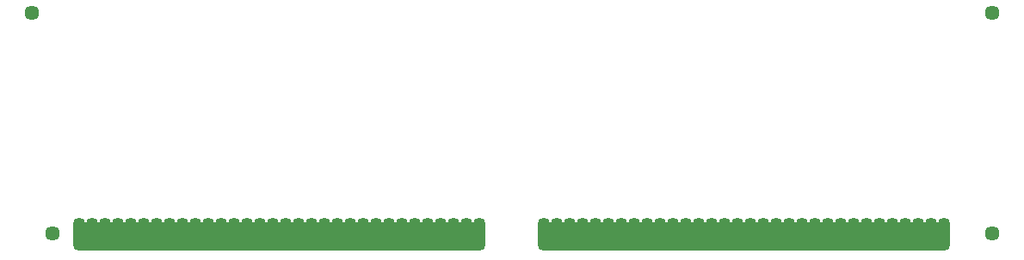
<source format=gbs>
G04 #@! TF.GenerationSoftware,KiCad,Pcbnew,(6.0.1-0)*
G04 #@! TF.CreationDate,2022-02-13T04:03:45-05:00*
G04 #@! TF.ProjectId,ROMSIMM,524f4d53-494d-44d2-9e6b-696361645f70,1.0*
G04 #@! TF.SameCoordinates,Original*
G04 #@! TF.FileFunction,Soldermask,Bot*
G04 #@! TF.FilePolarity,Negative*
%FSLAX46Y46*%
G04 Gerber Fmt 4.6, Leading zero omitted, Abs format (unit mm)*
G04 Created by KiCad (PCBNEW (6.0.1-0)) date 2022-02-13 04:03:45*
%MOMM*%
%LPD*%
G01*
G04 APERTURE LIST*
G04 Aperture macros list*
%AMRoundRect*
0 Rectangle with rounded corners*
0 $1 Rounding radius*
0 $2 $3 $4 $5 $6 $7 $8 $9 X,Y pos of 4 corners*
0 Add a 4 corners polygon primitive as box body*
4,1,4,$2,$3,$4,$5,$6,$7,$8,$9,$2,$3,0*
0 Add four circle primitives for the rounded corners*
1,1,$1+$1,$2,$3*
1,1,$1+$1,$4,$5*
1,1,$1+$1,$6,$7*
1,1,$1+$1,$8,$9*
0 Add four rect primitives between the rounded corners*
20,1,$1+$1,$2,$3,$4,$5,0*
20,1,$1+$1,$4,$5,$6,$7,0*
20,1,$1+$1,$6,$7,$8,$9,0*
20,1,$1+$1,$8,$9,$2,$3,0*%
G04 Aperture macros list end*
%ADD10C,0.175000*%
%ADD11RoundRect,0.491560X-0.104140X-1.107440X0.104140X-1.107440X0.104140X1.107440X-0.104140X1.107440X0*%
%ADD12C,1.448000*%
G04 APERTURE END LIST*
D10*
X163195000Y-127635000D02*
X123825000Y-127635000D01*
X123825000Y-127635000D02*
X123317000Y-125031500D01*
X123317000Y-125031500D02*
X163703000Y-125031500D01*
X163703000Y-125031500D02*
X163195000Y-127635000D01*
G36*
X163195000Y-127635000D02*
G01*
X123825000Y-127635000D01*
X123317000Y-125031500D01*
X163703000Y-125031500D01*
X163195000Y-127635000D01*
G37*
X163195000Y-127635000D02*
X123825000Y-127635000D01*
X123317000Y-125031500D01*
X163703000Y-125031500D01*
X163195000Y-127635000D01*
X117475000Y-127635000D02*
X78105000Y-127635000D01*
X78105000Y-127635000D02*
X77597000Y-125031500D01*
X77597000Y-125031500D02*
X117983000Y-125031500D01*
X117983000Y-125031500D02*
X117475000Y-127635000D01*
G36*
X117475000Y-127635000D02*
G01*
X78105000Y-127635000D01*
X77597000Y-125031500D01*
X117983000Y-125031500D01*
X117475000Y-127635000D01*
G37*
X117475000Y-127635000D02*
X78105000Y-127635000D01*
X77597000Y-125031500D01*
X117983000Y-125031500D01*
X117475000Y-127635000D01*
X163195000Y-127635000D02*
X123825000Y-127635000D01*
X123825000Y-127635000D02*
X123317000Y-125031500D01*
X123317000Y-125031500D02*
X163703000Y-125031500D01*
X163703000Y-125031500D02*
X163195000Y-127635000D01*
G36*
X163195000Y-127635000D02*
G01*
X123825000Y-127635000D01*
X123317000Y-125031500D01*
X163703000Y-125031500D01*
X163195000Y-127635000D01*
G37*
X163195000Y-127635000D02*
X123825000Y-127635000D01*
X123317000Y-125031500D01*
X163703000Y-125031500D01*
X163195000Y-127635000D01*
X117475000Y-127635000D02*
X78105000Y-127635000D01*
X78105000Y-127635000D02*
X77597000Y-125031500D01*
X77597000Y-125031500D02*
X117983000Y-125031500D01*
X117983000Y-125031500D02*
X117475000Y-127635000D01*
G36*
X117475000Y-127635000D02*
G01*
X78105000Y-127635000D01*
X77597000Y-125031500D01*
X117983000Y-125031500D01*
X117475000Y-127635000D01*
G37*
X117475000Y-127635000D02*
X78105000Y-127635000D01*
X77597000Y-125031500D01*
X117983000Y-125031500D01*
X117475000Y-127635000D01*
D11*
X78105000Y-126111000D03*
X79375000Y-126111000D03*
X80645000Y-126111000D03*
X81915000Y-126111000D03*
X83185000Y-126111000D03*
X84455000Y-126111000D03*
X85725000Y-126111000D03*
X86995000Y-126111000D03*
X88265000Y-126111000D03*
X89535000Y-126111000D03*
X90805000Y-126111000D03*
X92075000Y-126111000D03*
X93345000Y-126111000D03*
X94615000Y-126111000D03*
X95885000Y-126111000D03*
X97155000Y-126111000D03*
X98425000Y-126111000D03*
X99695000Y-126111000D03*
X100965000Y-126111000D03*
X102235000Y-126111000D03*
X103505000Y-126111000D03*
X104775000Y-126111000D03*
X106045000Y-126111000D03*
X107315000Y-126111000D03*
X108585000Y-126111000D03*
X109855000Y-126111000D03*
X111125000Y-126111000D03*
X112395000Y-126111000D03*
X113665000Y-126111000D03*
X114935000Y-126111000D03*
X116205000Y-126111000D03*
X117475000Y-126111000D03*
X123825000Y-126111000D03*
X125095000Y-126111000D03*
X126365000Y-126111000D03*
X127635000Y-126111000D03*
X128905000Y-126111000D03*
X130175000Y-126111000D03*
X131445000Y-126111000D03*
X132715000Y-126111000D03*
X133985000Y-126111000D03*
X135255000Y-126111000D03*
X136525000Y-126111000D03*
X137795000Y-126111000D03*
X139065000Y-126111000D03*
X140335000Y-126111000D03*
X141605000Y-126111000D03*
X142875000Y-126111000D03*
X144145000Y-126111000D03*
X145415000Y-126111000D03*
X146685000Y-126111000D03*
X147955000Y-126111000D03*
X149225000Y-126111000D03*
X150495000Y-126111000D03*
X151765000Y-126111000D03*
X153035000Y-126111000D03*
X154305000Y-126111000D03*
X155575000Y-126111000D03*
X156845000Y-126111000D03*
X158115000Y-126111000D03*
X159385000Y-126111000D03*
X160655000Y-126111000D03*
X161925000Y-126111000D03*
X163195000Y-126111000D03*
D12*
X73406000Y-104267000D03*
X75438000Y-125984000D03*
X167894000Y-125984000D03*
X167894000Y-104267000D03*
G36*
X130763820Y-124923216D02*
G01*
X130780484Y-124952790D01*
X130815746Y-124962635D01*
X130847762Y-124944596D01*
X130855912Y-124924920D01*
X130857499Y-124923702D01*
X130859347Y-124924467D01*
X130859748Y-124925901D01*
X130851300Y-125003666D01*
X130851300Y-127218334D01*
X130859910Y-127297586D01*
X130859103Y-127299416D01*
X130857115Y-127299632D01*
X130856180Y-127298784D01*
X130839516Y-127269210D01*
X130804254Y-127259365D01*
X130772238Y-127277404D01*
X130764088Y-127297080D01*
X130762501Y-127298298D01*
X130760653Y-127297533D01*
X130760252Y-127296099D01*
X130768700Y-127218334D01*
X130768700Y-125003666D01*
X130760090Y-124924414D01*
X130760897Y-124922584D01*
X130762885Y-124922368D01*
X130763820Y-124923216D01*
G37*
G36*
X97743820Y-124923216D02*
G01*
X97760484Y-124952790D01*
X97795746Y-124962635D01*
X97827762Y-124944596D01*
X97835912Y-124924920D01*
X97837499Y-124923702D01*
X97839347Y-124924467D01*
X97839748Y-124925901D01*
X97831300Y-125003666D01*
X97831300Y-127218334D01*
X97839910Y-127297586D01*
X97839103Y-127299416D01*
X97837115Y-127299632D01*
X97836180Y-127298784D01*
X97819516Y-127269210D01*
X97784254Y-127259365D01*
X97752238Y-127277404D01*
X97744088Y-127297080D01*
X97742501Y-127298298D01*
X97740653Y-127297533D01*
X97740252Y-127296099D01*
X97748700Y-127218334D01*
X97748700Y-125003666D01*
X97740090Y-124924414D01*
X97740897Y-124922584D01*
X97742885Y-124922368D01*
X97743820Y-124923216D01*
G37*
G36*
X85043820Y-124923216D02*
G01*
X85060484Y-124952790D01*
X85095746Y-124962635D01*
X85127762Y-124944596D01*
X85135912Y-124924920D01*
X85137499Y-124923702D01*
X85139347Y-124924467D01*
X85139748Y-124925901D01*
X85131300Y-125003666D01*
X85131300Y-127218334D01*
X85139910Y-127297586D01*
X85139103Y-127299416D01*
X85137115Y-127299632D01*
X85136180Y-127298784D01*
X85119516Y-127269210D01*
X85084254Y-127259365D01*
X85052238Y-127277404D01*
X85044088Y-127297080D01*
X85042501Y-127298298D01*
X85040653Y-127297533D01*
X85040252Y-127296099D01*
X85048700Y-127218334D01*
X85048700Y-125003666D01*
X85040090Y-124924414D01*
X85040897Y-124922584D01*
X85042885Y-124922368D01*
X85043820Y-124923216D01*
G37*
G36*
X154893820Y-124923216D02*
G01*
X154910484Y-124952790D01*
X154945746Y-124962635D01*
X154977762Y-124944596D01*
X154985912Y-124924920D01*
X154987499Y-124923702D01*
X154989347Y-124924467D01*
X154989748Y-124925901D01*
X154981300Y-125003666D01*
X154981300Y-127218334D01*
X154989910Y-127297586D01*
X154989103Y-127299416D01*
X154987115Y-127299632D01*
X154986180Y-127298784D01*
X154969516Y-127269210D01*
X154934254Y-127259365D01*
X154902238Y-127277404D01*
X154894088Y-127297080D01*
X154892501Y-127298298D01*
X154890653Y-127297533D01*
X154890252Y-127296099D01*
X154898700Y-127218334D01*
X154898700Y-125003666D01*
X154890090Y-124924414D01*
X154890897Y-124922584D01*
X154892885Y-124922368D01*
X154893820Y-124923216D01*
G37*
G36*
X81233820Y-124923216D02*
G01*
X81250484Y-124952790D01*
X81285746Y-124962635D01*
X81317762Y-124944596D01*
X81325912Y-124924920D01*
X81327499Y-124923702D01*
X81329347Y-124924467D01*
X81329748Y-124925901D01*
X81321300Y-125003666D01*
X81321300Y-127218334D01*
X81329910Y-127297586D01*
X81329103Y-127299416D01*
X81327115Y-127299632D01*
X81326180Y-127298784D01*
X81309516Y-127269210D01*
X81274254Y-127259365D01*
X81242238Y-127277404D01*
X81234088Y-127297080D01*
X81232501Y-127298298D01*
X81230653Y-127297533D01*
X81230252Y-127296099D01*
X81238700Y-127218334D01*
X81238700Y-125003666D01*
X81230090Y-124924414D01*
X81230897Y-124922584D01*
X81232885Y-124922368D01*
X81233820Y-124923216D01*
G37*
G36*
X109173820Y-124923216D02*
G01*
X109190484Y-124952790D01*
X109225746Y-124962635D01*
X109257762Y-124944596D01*
X109265912Y-124924920D01*
X109267499Y-124923702D01*
X109269347Y-124924467D01*
X109269748Y-124925901D01*
X109261300Y-125003666D01*
X109261300Y-127218334D01*
X109269910Y-127297586D01*
X109269103Y-127299416D01*
X109267115Y-127299632D01*
X109266180Y-127298784D01*
X109249516Y-127269210D01*
X109214254Y-127259365D01*
X109182238Y-127277404D01*
X109174088Y-127297080D01*
X109172501Y-127298298D01*
X109170653Y-127297533D01*
X109170252Y-127296099D01*
X109178700Y-127218334D01*
X109178700Y-125003666D01*
X109170090Y-124924414D01*
X109170897Y-124922584D01*
X109172885Y-124922368D01*
X109173820Y-124923216D01*
G37*
G36*
X86313820Y-124923216D02*
G01*
X86330484Y-124952790D01*
X86365746Y-124962635D01*
X86397762Y-124944596D01*
X86405912Y-124924920D01*
X86407499Y-124923702D01*
X86409347Y-124924467D01*
X86409748Y-124925901D01*
X86401300Y-125003666D01*
X86401300Y-127218334D01*
X86409910Y-127297586D01*
X86409103Y-127299416D01*
X86407115Y-127299632D01*
X86406180Y-127298784D01*
X86389516Y-127269210D01*
X86354254Y-127259365D01*
X86322238Y-127277404D01*
X86314088Y-127297080D01*
X86312501Y-127298298D01*
X86310653Y-127297533D01*
X86310252Y-127296099D01*
X86318700Y-127218334D01*
X86318700Y-125003666D01*
X86310090Y-124924414D01*
X86310897Y-124922584D01*
X86312885Y-124922368D01*
X86313820Y-124923216D01*
G37*
G36*
X143463820Y-124923216D02*
G01*
X143480484Y-124952790D01*
X143515746Y-124962635D01*
X143547762Y-124944596D01*
X143555912Y-124924920D01*
X143557499Y-124923702D01*
X143559347Y-124924467D01*
X143559748Y-124925901D01*
X143551300Y-125003666D01*
X143551300Y-127218334D01*
X143559910Y-127297586D01*
X143559103Y-127299416D01*
X143557115Y-127299632D01*
X143556180Y-127298784D01*
X143539516Y-127269210D01*
X143504254Y-127259365D01*
X143472238Y-127277404D01*
X143464088Y-127297080D01*
X143462501Y-127298298D01*
X143460653Y-127297533D01*
X143460252Y-127296099D01*
X143468700Y-127218334D01*
X143468700Y-125003666D01*
X143460090Y-124924414D01*
X143460897Y-124922584D01*
X143462885Y-124922368D01*
X143463820Y-124923216D01*
G37*
G36*
X162513820Y-124923216D02*
G01*
X162530484Y-124952790D01*
X162565746Y-124962635D01*
X162597762Y-124944596D01*
X162605912Y-124924920D01*
X162607499Y-124923702D01*
X162609347Y-124924467D01*
X162609748Y-124925901D01*
X162601300Y-125003666D01*
X162601300Y-127218334D01*
X162609910Y-127297586D01*
X162609103Y-127299416D01*
X162607115Y-127299632D01*
X162606180Y-127298784D01*
X162589516Y-127269210D01*
X162554254Y-127259365D01*
X162522238Y-127277404D01*
X162514088Y-127297080D01*
X162512501Y-127298298D01*
X162510653Y-127297533D01*
X162510252Y-127296099D01*
X162518700Y-127218334D01*
X162518700Y-125003666D01*
X162510090Y-124924414D01*
X162510897Y-124922584D01*
X162512885Y-124922368D01*
X162513820Y-124923216D01*
G37*
G36*
X132033820Y-124923216D02*
G01*
X132050484Y-124952790D01*
X132085746Y-124962635D01*
X132117762Y-124944596D01*
X132125912Y-124924920D01*
X132127499Y-124923702D01*
X132129347Y-124924467D01*
X132129748Y-124925901D01*
X132121300Y-125003666D01*
X132121300Y-127218334D01*
X132129910Y-127297586D01*
X132129103Y-127299416D01*
X132127115Y-127299632D01*
X132126180Y-127298784D01*
X132109516Y-127269210D01*
X132074254Y-127259365D01*
X132042238Y-127277404D01*
X132034088Y-127297080D01*
X132032501Y-127298298D01*
X132030653Y-127297533D01*
X132030252Y-127296099D01*
X132038700Y-127218334D01*
X132038700Y-125003666D01*
X132030090Y-124924414D01*
X132030897Y-124922584D01*
X132032885Y-124922368D01*
X132033820Y-124923216D01*
G37*
G36*
X96473820Y-124923216D02*
G01*
X96490484Y-124952790D01*
X96525746Y-124962635D01*
X96557762Y-124944596D01*
X96565912Y-124924920D01*
X96567499Y-124923702D01*
X96569347Y-124924467D01*
X96569748Y-124925901D01*
X96561300Y-125003666D01*
X96561300Y-127218334D01*
X96569910Y-127297586D01*
X96569103Y-127299416D01*
X96567115Y-127299632D01*
X96566180Y-127298784D01*
X96549516Y-127269210D01*
X96514254Y-127259365D01*
X96482238Y-127277404D01*
X96474088Y-127297080D01*
X96472501Y-127298298D01*
X96470653Y-127297533D01*
X96470252Y-127296099D01*
X96478700Y-127218334D01*
X96478700Y-125003666D01*
X96470090Y-124924414D01*
X96470897Y-124922584D01*
X96472885Y-124922368D01*
X96473820Y-124923216D01*
G37*
G36*
X156163820Y-124923216D02*
G01*
X156180484Y-124952790D01*
X156215746Y-124962635D01*
X156247762Y-124944596D01*
X156255912Y-124924920D01*
X156257499Y-124923702D01*
X156259347Y-124924467D01*
X156259748Y-124925901D01*
X156251300Y-125003666D01*
X156251300Y-127218334D01*
X156259910Y-127297586D01*
X156259103Y-127299416D01*
X156257115Y-127299632D01*
X156256180Y-127298784D01*
X156239516Y-127269210D01*
X156204254Y-127259365D01*
X156172238Y-127277404D01*
X156164088Y-127297080D01*
X156162501Y-127298298D01*
X156160653Y-127297533D01*
X156160252Y-127296099D01*
X156168700Y-127218334D01*
X156168700Y-125003666D01*
X156160090Y-124924414D01*
X156160897Y-124922584D01*
X156162885Y-124922368D01*
X156163820Y-124923216D01*
G37*
G36*
X153623820Y-124923216D02*
G01*
X153640484Y-124952790D01*
X153675746Y-124962635D01*
X153707762Y-124944596D01*
X153715912Y-124924920D01*
X153717499Y-124923702D01*
X153719347Y-124924467D01*
X153719748Y-124925901D01*
X153711300Y-125003666D01*
X153711300Y-127218334D01*
X153719910Y-127297586D01*
X153719103Y-127299416D01*
X153717115Y-127299632D01*
X153716180Y-127298784D01*
X153699516Y-127269210D01*
X153664254Y-127259365D01*
X153632238Y-127277404D01*
X153624088Y-127297080D01*
X153622501Y-127298298D01*
X153620653Y-127297533D01*
X153620252Y-127296099D01*
X153628700Y-127218334D01*
X153628700Y-125003666D01*
X153620090Y-124924414D01*
X153620897Y-124922584D01*
X153622885Y-124922368D01*
X153623820Y-124923216D01*
G37*
G36*
X112983820Y-124923216D02*
G01*
X113000484Y-124952790D01*
X113035746Y-124962635D01*
X113067762Y-124944596D01*
X113075912Y-124924920D01*
X113077499Y-124923702D01*
X113079347Y-124924467D01*
X113079748Y-124925901D01*
X113071300Y-125003666D01*
X113071300Y-127218334D01*
X113079910Y-127297586D01*
X113079103Y-127299416D01*
X113077115Y-127299632D01*
X113076180Y-127298784D01*
X113059516Y-127269210D01*
X113024254Y-127259365D01*
X112992238Y-127277404D01*
X112984088Y-127297080D01*
X112982501Y-127298298D01*
X112980653Y-127297533D01*
X112980252Y-127296099D01*
X112988700Y-127218334D01*
X112988700Y-125003666D01*
X112980090Y-124924414D01*
X112980897Y-124922584D01*
X112982885Y-124922368D01*
X112983820Y-124923216D01*
G37*
G36*
X107903820Y-124923216D02*
G01*
X107920484Y-124952790D01*
X107955746Y-124962635D01*
X107987762Y-124944596D01*
X107995912Y-124924920D01*
X107997499Y-124923702D01*
X107999347Y-124924467D01*
X107999748Y-124925901D01*
X107991300Y-125003666D01*
X107991300Y-127218334D01*
X107999910Y-127297586D01*
X107999103Y-127299416D01*
X107997115Y-127299632D01*
X107996180Y-127298784D01*
X107979516Y-127269210D01*
X107944254Y-127259365D01*
X107912238Y-127277404D01*
X107904088Y-127297080D01*
X107902501Y-127298298D01*
X107900653Y-127297533D01*
X107900252Y-127296099D01*
X107908700Y-127218334D01*
X107908700Y-125003666D01*
X107900090Y-124924414D01*
X107900897Y-124922584D01*
X107902885Y-124922368D01*
X107903820Y-124923216D01*
G37*
G36*
X110443820Y-124923216D02*
G01*
X110460484Y-124952790D01*
X110495746Y-124962635D01*
X110527762Y-124944596D01*
X110535912Y-124924920D01*
X110537499Y-124923702D01*
X110539347Y-124924467D01*
X110539748Y-124925901D01*
X110531300Y-125003666D01*
X110531300Y-127218334D01*
X110539910Y-127297586D01*
X110539103Y-127299416D01*
X110537115Y-127299632D01*
X110536180Y-127298784D01*
X110519516Y-127269210D01*
X110484254Y-127259365D01*
X110452238Y-127277404D01*
X110444088Y-127297080D01*
X110442501Y-127298298D01*
X110440653Y-127297533D01*
X110440252Y-127296099D01*
X110448700Y-127218334D01*
X110448700Y-125003666D01*
X110440090Y-124924414D01*
X110440897Y-124922584D01*
X110442885Y-124922368D01*
X110443820Y-124923216D01*
G37*
G36*
X142193820Y-124923216D02*
G01*
X142210484Y-124952790D01*
X142245746Y-124962635D01*
X142277762Y-124944596D01*
X142285912Y-124924920D01*
X142287499Y-124923702D01*
X142289347Y-124924467D01*
X142289748Y-124925901D01*
X142281300Y-125003666D01*
X142281300Y-127218334D01*
X142289910Y-127297586D01*
X142289103Y-127299416D01*
X142287115Y-127299632D01*
X142286180Y-127298784D01*
X142269516Y-127269210D01*
X142234254Y-127259365D01*
X142202238Y-127277404D01*
X142194088Y-127297080D01*
X142192501Y-127298298D01*
X142190653Y-127297533D01*
X142190252Y-127296099D01*
X142198700Y-127218334D01*
X142198700Y-125003666D01*
X142190090Y-124924414D01*
X142190897Y-124922584D01*
X142192885Y-124922368D01*
X142193820Y-124923216D01*
G37*
G36*
X87583820Y-124923216D02*
G01*
X87600484Y-124952790D01*
X87635746Y-124962635D01*
X87667762Y-124944596D01*
X87675912Y-124924920D01*
X87677499Y-124923702D01*
X87679347Y-124924467D01*
X87679748Y-124925901D01*
X87671300Y-125003666D01*
X87671300Y-127218334D01*
X87679910Y-127297586D01*
X87679103Y-127299416D01*
X87677115Y-127299632D01*
X87676180Y-127298784D01*
X87659516Y-127269210D01*
X87624254Y-127259365D01*
X87592238Y-127277404D01*
X87584088Y-127297080D01*
X87582501Y-127298298D01*
X87580653Y-127297533D01*
X87580252Y-127296099D01*
X87588700Y-127218334D01*
X87588700Y-125003666D01*
X87580090Y-124924414D01*
X87580897Y-124922584D01*
X87582885Y-124922368D01*
X87583820Y-124923216D01*
G37*
G36*
X125683820Y-124923216D02*
G01*
X125700484Y-124952790D01*
X125735746Y-124962635D01*
X125767762Y-124944596D01*
X125775912Y-124924920D01*
X125777499Y-124923702D01*
X125779347Y-124924467D01*
X125779748Y-124925901D01*
X125771300Y-125003666D01*
X125771300Y-127218334D01*
X125779910Y-127297586D01*
X125779103Y-127299416D01*
X125777115Y-127299632D01*
X125776180Y-127298784D01*
X125759516Y-127269210D01*
X125724254Y-127259365D01*
X125692238Y-127277404D01*
X125684088Y-127297080D01*
X125682501Y-127298298D01*
X125680653Y-127297533D01*
X125680252Y-127296099D01*
X125688700Y-127218334D01*
X125688700Y-125003666D01*
X125680090Y-124924414D01*
X125680897Y-124922584D01*
X125682885Y-124922368D01*
X125683820Y-124923216D01*
G37*
G36*
X144733820Y-124923216D02*
G01*
X144750484Y-124952790D01*
X144785746Y-124962635D01*
X144817762Y-124944596D01*
X144825912Y-124924920D01*
X144827499Y-124923702D01*
X144829347Y-124924467D01*
X144829748Y-124925901D01*
X144821300Y-125003666D01*
X144821300Y-127218334D01*
X144829910Y-127297586D01*
X144829103Y-127299416D01*
X144827115Y-127299632D01*
X144826180Y-127298784D01*
X144809516Y-127269210D01*
X144774254Y-127259365D01*
X144742238Y-127277404D01*
X144734088Y-127297080D01*
X144732501Y-127298298D01*
X144730653Y-127297533D01*
X144730252Y-127296099D01*
X144738700Y-127218334D01*
X144738700Y-125003666D01*
X144730090Y-124924414D01*
X144730897Y-124922584D01*
X144732885Y-124922368D01*
X144733820Y-124923216D01*
G37*
G36*
X133303820Y-124923216D02*
G01*
X133320484Y-124952790D01*
X133355746Y-124962635D01*
X133387762Y-124944596D01*
X133395912Y-124924920D01*
X133397499Y-124923702D01*
X133399347Y-124924467D01*
X133399748Y-124925901D01*
X133391300Y-125003666D01*
X133391300Y-127218334D01*
X133399910Y-127297586D01*
X133399103Y-127299416D01*
X133397115Y-127299632D01*
X133396180Y-127298784D01*
X133379516Y-127269210D01*
X133344254Y-127259365D01*
X133312238Y-127277404D01*
X133304088Y-127297080D01*
X133302501Y-127298298D01*
X133300653Y-127297533D01*
X133300252Y-127296099D01*
X133308700Y-127218334D01*
X133308700Y-125003666D01*
X133300090Y-124924414D01*
X133300897Y-124922584D01*
X133302885Y-124922368D01*
X133303820Y-124923216D01*
G37*
G36*
X152353820Y-124923216D02*
G01*
X152370484Y-124952790D01*
X152405746Y-124962635D01*
X152437762Y-124944596D01*
X152445912Y-124924920D01*
X152447499Y-124923702D01*
X152449347Y-124924467D01*
X152449748Y-124925901D01*
X152441300Y-125003666D01*
X152441300Y-127218334D01*
X152449910Y-127297586D01*
X152449103Y-127299416D01*
X152447115Y-127299632D01*
X152446180Y-127298784D01*
X152429516Y-127269210D01*
X152394254Y-127259365D01*
X152362238Y-127277404D01*
X152354088Y-127297080D01*
X152352501Y-127298298D01*
X152350653Y-127297533D01*
X152350252Y-127296099D01*
X152358700Y-127218334D01*
X152358700Y-125003666D01*
X152350090Y-124924414D01*
X152350897Y-124922584D01*
X152352885Y-124922368D01*
X152353820Y-124923216D01*
G37*
G36*
X99013820Y-124923216D02*
G01*
X99030484Y-124952790D01*
X99065746Y-124962635D01*
X99097762Y-124944596D01*
X99105912Y-124924920D01*
X99107499Y-124923702D01*
X99109347Y-124924467D01*
X99109748Y-124925901D01*
X99101300Y-125003666D01*
X99101300Y-127218334D01*
X99109910Y-127297586D01*
X99109103Y-127299416D01*
X99107115Y-127299632D01*
X99106180Y-127298784D01*
X99089516Y-127269210D01*
X99054254Y-127259365D01*
X99022238Y-127277404D01*
X99014088Y-127297080D01*
X99012501Y-127298298D01*
X99010653Y-127297533D01*
X99010252Y-127296099D01*
X99018700Y-127218334D01*
X99018700Y-125003666D01*
X99010090Y-124924414D01*
X99010897Y-124922584D01*
X99012885Y-124922368D01*
X99013820Y-124923216D01*
G37*
G36*
X83773820Y-124923216D02*
G01*
X83790484Y-124952790D01*
X83825746Y-124962635D01*
X83857762Y-124944596D01*
X83865912Y-124924920D01*
X83867499Y-124923702D01*
X83869347Y-124924467D01*
X83869748Y-124925901D01*
X83861300Y-125003666D01*
X83861300Y-127218334D01*
X83869910Y-127297586D01*
X83869103Y-127299416D01*
X83867115Y-127299632D01*
X83866180Y-127298784D01*
X83849516Y-127269210D01*
X83814254Y-127259365D01*
X83782238Y-127277404D01*
X83774088Y-127297080D01*
X83772501Y-127298298D01*
X83770653Y-127297533D01*
X83770252Y-127296099D01*
X83778700Y-127218334D01*
X83778700Y-125003666D01*
X83770090Y-124924414D01*
X83770897Y-124922584D01*
X83772885Y-124922368D01*
X83773820Y-124923216D01*
G37*
G36*
X147273820Y-124923216D02*
G01*
X147290484Y-124952790D01*
X147325746Y-124962635D01*
X147357762Y-124944596D01*
X147365912Y-124924920D01*
X147367499Y-124923702D01*
X147369347Y-124924467D01*
X147369748Y-124925901D01*
X147361300Y-125003666D01*
X147361300Y-127218334D01*
X147369910Y-127297586D01*
X147369103Y-127299416D01*
X147367115Y-127299632D01*
X147366180Y-127298784D01*
X147349516Y-127269210D01*
X147314254Y-127259365D01*
X147282238Y-127277404D01*
X147274088Y-127297080D01*
X147272501Y-127298298D01*
X147270653Y-127297533D01*
X147270252Y-127296099D01*
X147278700Y-127218334D01*
X147278700Y-125003666D01*
X147270090Y-124924414D01*
X147270897Y-124922584D01*
X147272885Y-124922368D01*
X147273820Y-124923216D01*
G37*
G36*
X111713820Y-124923216D02*
G01*
X111730484Y-124952790D01*
X111765746Y-124962635D01*
X111797762Y-124944596D01*
X111805912Y-124924920D01*
X111807499Y-124923702D01*
X111809347Y-124924467D01*
X111809748Y-124925901D01*
X111801300Y-125003666D01*
X111801300Y-127218334D01*
X111809910Y-127297586D01*
X111809103Y-127299416D01*
X111807115Y-127299632D01*
X111806180Y-127298784D01*
X111789516Y-127269210D01*
X111754254Y-127259365D01*
X111722238Y-127277404D01*
X111714088Y-127297080D01*
X111712501Y-127298298D01*
X111710653Y-127297533D01*
X111710252Y-127296099D01*
X111718700Y-127218334D01*
X111718700Y-125003666D01*
X111710090Y-124924414D01*
X111710897Y-124922584D01*
X111712885Y-124922368D01*
X111713820Y-124923216D01*
G37*
G36*
X101553820Y-124923216D02*
G01*
X101570484Y-124952790D01*
X101605746Y-124962635D01*
X101637762Y-124944596D01*
X101645912Y-124924920D01*
X101647499Y-124923702D01*
X101649347Y-124924467D01*
X101649748Y-124925901D01*
X101641300Y-125003666D01*
X101641300Y-127218334D01*
X101649910Y-127297586D01*
X101649103Y-127299416D01*
X101647115Y-127299632D01*
X101646180Y-127298784D01*
X101629516Y-127269210D01*
X101594254Y-127259365D01*
X101562238Y-127277404D01*
X101554088Y-127297080D01*
X101552501Y-127298298D01*
X101550653Y-127297533D01*
X101550252Y-127296099D01*
X101558700Y-127218334D01*
X101558700Y-125003666D01*
X101550090Y-124924414D01*
X101550897Y-124922584D01*
X101552885Y-124922368D01*
X101553820Y-124923216D01*
G37*
G36*
X79963820Y-124923216D02*
G01*
X79980484Y-124952790D01*
X80015746Y-124962635D01*
X80047762Y-124944596D01*
X80055912Y-124924920D01*
X80057499Y-124923702D01*
X80059347Y-124924467D01*
X80059748Y-124925901D01*
X80051300Y-125003666D01*
X80051300Y-127218334D01*
X80059910Y-127297586D01*
X80059103Y-127299416D01*
X80057115Y-127299632D01*
X80056180Y-127298784D01*
X80039516Y-127269210D01*
X80004254Y-127259365D01*
X79972238Y-127277404D01*
X79964088Y-127297080D01*
X79962501Y-127298298D01*
X79960653Y-127297533D01*
X79960252Y-127296099D01*
X79968700Y-127218334D01*
X79968700Y-125003666D01*
X79960090Y-124924414D01*
X79960897Y-124922584D01*
X79962885Y-124922368D01*
X79963820Y-124923216D01*
G37*
G36*
X138383820Y-124923216D02*
G01*
X138400484Y-124952790D01*
X138435746Y-124962635D01*
X138467762Y-124944596D01*
X138475912Y-124924920D01*
X138477499Y-124923702D01*
X138479347Y-124924467D01*
X138479748Y-124925901D01*
X138471300Y-125003666D01*
X138471300Y-127218334D01*
X138479910Y-127297586D01*
X138479103Y-127299416D01*
X138477115Y-127299632D01*
X138476180Y-127298784D01*
X138459516Y-127269210D01*
X138424254Y-127259365D01*
X138392238Y-127277404D01*
X138384088Y-127297080D01*
X138382501Y-127298298D01*
X138380653Y-127297533D01*
X138380252Y-127296099D01*
X138388700Y-127218334D01*
X138388700Y-125003666D01*
X138380090Y-124924414D01*
X138380897Y-124922584D01*
X138382885Y-124922368D01*
X138383820Y-124923216D01*
G37*
G36*
X126953820Y-124923216D02*
G01*
X126970484Y-124952790D01*
X127005746Y-124962635D01*
X127037762Y-124944596D01*
X127045912Y-124924920D01*
X127047499Y-124923702D01*
X127049347Y-124924467D01*
X127049748Y-124925901D01*
X127041300Y-125003666D01*
X127041300Y-127218334D01*
X127049910Y-127297586D01*
X127049103Y-127299416D01*
X127047115Y-127299632D01*
X127046180Y-127298784D01*
X127029516Y-127269210D01*
X126994254Y-127259365D01*
X126962238Y-127277404D01*
X126954088Y-127297080D01*
X126952501Y-127298298D01*
X126950653Y-127297533D01*
X126950252Y-127296099D01*
X126958700Y-127218334D01*
X126958700Y-125003666D01*
X126950090Y-124924414D01*
X126950897Y-124922584D01*
X126952885Y-124922368D01*
X126953820Y-124923216D01*
G37*
G36*
X82503820Y-124923216D02*
G01*
X82520484Y-124952790D01*
X82555746Y-124962635D01*
X82587762Y-124944596D01*
X82595912Y-124924920D01*
X82597499Y-124923702D01*
X82599347Y-124924467D01*
X82599748Y-124925901D01*
X82591300Y-125003666D01*
X82591300Y-127218334D01*
X82599910Y-127297586D01*
X82599103Y-127299416D01*
X82597115Y-127299632D01*
X82596180Y-127298784D01*
X82579516Y-127269210D01*
X82544254Y-127259365D01*
X82512238Y-127277404D01*
X82504088Y-127297080D01*
X82502501Y-127298298D01*
X82500653Y-127297533D01*
X82500252Y-127296099D01*
X82508700Y-127218334D01*
X82508700Y-125003666D01*
X82500090Y-124924414D01*
X82500897Y-124922584D01*
X82502885Y-124922368D01*
X82503820Y-124923216D01*
G37*
G36*
X92663820Y-124923216D02*
G01*
X92680484Y-124952790D01*
X92715746Y-124962635D01*
X92747762Y-124944596D01*
X92755912Y-124924920D01*
X92757499Y-124923702D01*
X92759347Y-124924467D01*
X92759748Y-124925901D01*
X92751300Y-125003666D01*
X92751300Y-127218334D01*
X92759910Y-127297586D01*
X92759103Y-127299416D01*
X92757115Y-127299632D01*
X92756180Y-127298784D01*
X92739516Y-127269210D01*
X92704254Y-127259365D01*
X92672238Y-127277404D01*
X92664088Y-127297080D01*
X92662501Y-127298298D01*
X92660653Y-127297533D01*
X92660252Y-127296099D01*
X92668700Y-127218334D01*
X92668700Y-125003666D01*
X92660090Y-124924414D01*
X92660897Y-124922584D01*
X92662885Y-124922368D01*
X92663820Y-124923216D01*
G37*
G36*
X102823820Y-124923216D02*
G01*
X102840484Y-124952790D01*
X102875746Y-124962635D01*
X102907762Y-124944596D01*
X102915912Y-124924920D01*
X102917499Y-124923702D01*
X102919347Y-124924467D01*
X102919748Y-124925901D01*
X102911300Y-125003666D01*
X102911300Y-127218334D01*
X102919910Y-127297586D01*
X102919103Y-127299416D01*
X102917115Y-127299632D01*
X102916180Y-127298784D01*
X102899516Y-127269210D01*
X102864254Y-127259365D01*
X102832238Y-127277404D01*
X102824088Y-127297080D01*
X102822501Y-127298298D01*
X102820653Y-127297533D01*
X102820252Y-127296099D01*
X102828700Y-127218334D01*
X102828700Y-125003666D01*
X102820090Y-124924414D01*
X102820897Y-124922584D01*
X102822885Y-124922368D01*
X102823820Y-124923216D01*
G37*
G36*
X93933820Y-124923216D02*
G01*
X93950484Y-124952790D01*
X93985746Y-124962635D01*
X94017762Y-124944596D01*
X94025912Y-124924920D01*
X94027499Y-124923702D01*
X94029347Y-124924467D01*
X94029748Y-124925901D01*
X94021300Y-125003666D01*
X94021300Y-127218334D01*
X94029910Y-127297586D01*
X94029103Y-127299416D01*
X94027115Y-127299632D01*
X94026180Y-127298784D01*
X94009516Y-127269210D01*
X93974254Y-127259365D01*
X93942238Y-127277404D01*
X93934088Y-127297080D01*
X93932501Y-127298298D01*
X93930653Y-127297533D01*
X93930252Y-127296099D01*
X93938700Y-127218334D01*
X93938700Y-125003666D01*
X93930090Y-124924414D01*
X93930897Y-124922584D01*
X93932885Y-124922368D01*
X93933820Y-124923216D01*
G37*
G36*
X148543820Y-124923216D02*
G01*
X148560484Y-124952790D01*
X148595746Y-124962635D01*
X148627762Y-124944596D01*
X148635912Y-124924920D01*
X148637499Y-124923702D01*
X148639347Y-124924467D01*
X148639748Y-124925901D01*
X148631300Y-125003666D01*
X148631300Y-127218334D01*
X148639910Y-127297586D01*
X148639103Y-127299416D01*
X148637115Y-127299632D01*
X148636180Y-127298784D01*
X148619516Y-127269210D01*
X148584254Y-127259365D01*
X148552238Y-127277404D01*
X148544088Y-127297080D01*
X148542501Y-127298298D01*
X148540653Y-127297533D01*
X148540252Y-127296099D01*
X148548700Y-127218334D01*
X148548700Y-125003666D01*
X148540090Y-124924414D01*
X148540897Y-124922584D01*
X148542885Y-124922368D01*
X148543820Y-124923216D01*
G37*
G36*
X137113820Y-124923216D02*
G01*
X137130484Y-124952790D01*
X137165746Y-124962635D01*
X137197762Y-124944596D01*
X137205912Y-124924920D01*
X137207499Y-124923702D01*
X137209347Y-124924467D01*
X137209748Y-124925901D01*
X137201300Y-125003666D01*
X137201300Y-127218334D01*
X137209910Y-127297586D01*
X137209103Y-127299416D01*
X137207115Y-127299632D01*
X137206180Y-127298784D01*
X137189516Y-127269210D01*
X137154254Y-127259365D01*
X137122238Y-127277404D01*
X137114088Y-127297080D01*
X137112501Y-127298298D01*
X137110653Y-127297533D01*
X137110252Y-127296099D01*
X137118700Y-127218334D01*
X137118700Y-125003666D01*
X137110090Y-124924414D01*
X137110897Y-124922584D01*
X137112885Y-124922368D01*
X137113820Y-124923216D01*
G37*
G36*
X139653820Y-124923216D02*
G01*
X139670484Y-124952790D01*
X139705746Y-124962635D01*
X139737762Y-124944596D01*
X139745912Y-124924920D01*
X139747499Y-124923702D01*
X139749347Y-124924467D01*
X139749748Y-124925901D01*
X139741300Y-125003666D01*
X139741300Y-127218334D01*
X139749910Y-127297586D01*
X139749103Y-127299416D01*
X139747115Y-127299632D01*
X139746180Y-127298784D01*
X139729516Y-127269210D01*
X139694254Y-127259365D01*
X139662238Y-127277404D01*
X139654088Y-127297080D01*
X139652501Y-127298298D01*
X139650653Y-127297533D01*
X139650252Y-127296099D01*
X139658700Y-127218334D01*
X139658700Y-125003666D01*
X139650090Y-124924414D01*
X139650897Y-124922584D01*
X139652885Y-124922368D01*
X139653820Y-124923216D01*
G37*
G36*
X91393820Y-124923216D02*
G01*
X91410484Y-124952790D01*
X91445746Y-124962635D01*
X91477762Y-124944596D01*
X91485912Y-124924920D01*
X91487499Y-124923702D01*
X91489347Y-124924467D01*
X91489748Y-124925901D01*
X91481300Y-125003666D01*
X91481300Y-127218334D01*
X91489910Y-127297586D01*
X91489103Y-127299416D01*
X91487115Y-127299632D01*
X91486180Y-127298784D01*
X91469516Y-127269210D01*
X91434254Y-127259365D01*
X91402238Y-127277404D01*
X91394088Y-127297080D01*
X91392501Y-127298298D01*
X91390653Y-127297533D01*
X91390252Y-127296099D01*
X91398700Y-127218334D01*
X91398700Y-125003666D01*
X91390090Y-124924414D01*
X91390897Y-124922584D01*
X91392885Y-124922368D01*
X91393820Y-124923216D01*
G37*
G36*
X157433820Y-124923216D02*
G01*
X157450484Y-124952790D01*
X157485746Y-124962635D01*
X157517762Y-124944596D01*
X157525912Y-124924920D01*
X157527499Y-124923702D01*
X157529347Y-124924467D01*
X157529748Y-124925901D01*
X157521300Y-125003666D01*
X157521300Y-127218334D01*
X157529910Y-127297586D01*
X157529103Y-127299416D01*
X157527115Y-127299632D01*
X157526180Y-127298784D01*
X157509516Y-127269210D01*
X157474254Y-127259365D01*
X157442238Y-127277404D01*
X157434088Y-127297080D01*
X157432501Y-127298298D01*
X157430653Y-127297533D01*
X157430252Y-127296099D01*
X157438700Y-127218334D01*
X157438700Y-125003666D01*
X157430090Y-124924414D01*
X157430897Y-124922584D01*
X157432885Y-124922368D01*
X157433820Y-124923216D01*
G37*
G36*
X124413820Y-124923216D02*
G01*
X124430484Y-124952790D01*
X124465746Y-124962635D01*
X124497762Y-124944596D01*
X124505912Y-124924920D01*
X124507499Y-124923702D01*
X124509347Y-124924467D01*
X124509748Y-124925901D01*
X124501300Y-125003666D01*
X124501300Y-127218334D01*
X124509910Y-127297586D01*
X124509103Y-127299416D01*
X124507115Y-127299632D01*
X124506180Y-127298784D01*
X124489516Y-127269210D01*
X124454254Y-127259365D01*
X124422238Y-127277404D01*
X124414088Y-127297080D01*
X124412501Y-127298298D01*
X124410653Y-127297533D01*
X124410252Y-127296099D01*
X124418700Y-127218334D01*
X124418700Y-125003666D01*
X124410090Y-124924414D01*
X124410897Y-124922584D01*
X124412885Y-124922368D01*
X124413820Y-124923216D01*
G37*
G36*
X115523820Y-124923216D02*
G01*
X115540484Y-124952790D01*
X115575746Y-124962635D01*
X115607762Y-124944596D01*
X115615912Y-124924920D01*
X115617499Y-124923702D01*
X115619347Y-124924467D01*
X115619748Y-124925901D01*
X115611300Y-125003666D01*
X115611300Y-127218334D01*
X115619910Y-127297586D01*
X115619103Y-127299416D01*
X115617115Y-127299632D01*
X115616180Y-127298784D01*
X115599516Y-127269210D01*
X115564254Y-127259365D01*
X115532238Y-127277404D01*
X115524088Y-127297080D01*
X115522501Y-127298298D01*
X115520653Y-127297533D01*
X115520252Y-127296099D01*
X115528700Y-127218334D01*
X115528700Y-125003666D01*
X115520090Y-124924414D01*
X115520897Y-124922584D01*
X115522885Y-124922368D01*
X115523820Y-124923216D01*
G37*
G36*
X104093820Y-124923216D02*
G01*
X104110484Y-124952790D01*
X104145746Y-124962635D01*
X104177762Y-124944596D01*
X104185912Y-124924920D01*
X104187499Y-124923702D01*
X104189347Y-124924467D01*
X104189748Y-124925901D01*
X104181300Y-125003666D01*
X104181300Y-127218334D01*
X104189910Y-127297586D01*
X104189103Y-127299416D01*
X104187115Y-127299632D01*
X104186180Y-127298784D01*
X104169516Y-127269210D01*
X104134254Y-127259365D01*
X104102238Y-127277404D01*
X104094088Y-127297080D01*
X104092501Y-127298298D01*
X104090653Y-127297533D01*
X104090252Y-127296099D01*
X104098700Y-127218334D01*
X104098700Y-125003666D01*
X104090090Y-124924414D01*
X104090897Y-124922584D01*
X104092885Y-124922368D01*
X104093820Y-124923216D01*
G37*
G36*
X100283820Y-124923216D02*
G01*
X100300484Y-124952790D01*
X100335746Y-124962635D01*
X100367762Y-124944596D01*
X100375912Y-124924920D01*
X100377499Y-124923702D01*
X100379347Y-124924467D01*
X100379748Y-124925901D01*
X100371300Y-125003666D01*
X100371300Y-127218334D01*
X100379910Y-127297586D01*
X100379103Y-127299416D01*
X100377115Y-127299632D01*
X100376180Y-127298784D01*
X100359516Y-127269210D01*
X100324254Y-127259365D01*
X100292238Y-127277404D01*
X100284088Y-127297080D01*
X100282501Y-127298298D01*
X100280653Y-127297533D01*
X100280252Y-127296099D01*
X100288700Y-127218334D01*
X100288700Y-125003666D01*
X100280090Y-124924414D01*
X100280897Y-124922584D01*
X100282885Y-124922368D01*
X100283820Y-124923216D01*
G37*
G36*
X149813820Y-124923216D02*
G01*
X149830484Y-124952790D01*
X149865746Y-124962635D01*
X149897762Y-124944596D01*
X149905912Y-124924920D01*
X149907499Y-124923702D01*
X149909347Y-124924467D01*
X149909748Y-124925901D01*
X149901300Y-125003666D01*
X149901300Y-127218334D01*
X149909910Y-127297586D01*
X149909103Y-127299416D01*
X149907115Y-127299632D01*
X149906180Y-127298784D01*
X149889516Y-127269210D01*
X149854254Y-127259365D01*
X149822238Y-127277404D01*
X149814088Y-127297080D01*
X149812501Y-127298298D01*
X149810653Y-127297533D01*
X149810252Y-127296099D01*
X149818700Y-127218334D01*
X149818700Y-125003666D01*
X149810090Y-124924414D01*
X149810897Y-124922584D01*
X149812885Y-124922368D01*
X149813820Y-124923216D01*
G37*
G36*
X161243820Y-124923216D02*
G01*
X161260484Y-124952790D01*
X161295746Y-124962635D01*
X161327762Y-124944596D01*
X161335912Y-124924920D01*
X161337499Y-124923702D01*
X161339347Y-124924467D01*
X161339748Y-124925901D01*
X161331300Y-125003666D01*
X161331300Y-127218334D01*
X161339910Y-127297586D01*
X161339103Y-127299416D01*
X161337115Y-127299632D01*
X161336180Y-127298784D01*
X161319516Y-127269210D01*
X161284254Y-127259365D01*
X161252238Y-127277404D01*
X161244088Y-127297080D01*
X161242501Y-127298298D01*
X161240653Y-127297533D01*
X161240252Y-127296099D01*
X161248700Y-127218334D01*
X161248700Y-125003666D01*
X161240090Y-124924414D01*
X161240897Y-124922584D01*
X161242885Y-124922368D01*
X161243820Y-124923216D01*
G37*
G36*
X146003820Y-124923216D02*
G01*
X146020484Y-124952790D01*
X146055746Y-124962635D01*
X146087762Y-124944596D01*
X146095912Y-124924920D01*
X146097499Y-124923702D01*
X146099347Y-124924467D01*
X146099748Y-124925901D01*
X146091300Y-125003666D01*
X146091300Y-127218334D01*
X146099910Y-127297586D01*
X146099103Y-127299416D01*
X146097115Y-127299632D01*
X146096180Y-127298784D01*
X146079516Y-127269210D01*
X146044254Y-127259365D01*
X146012238Y-127277404D01*
X146004088Y-127297080D01*
X146002501Y-127298298D01*
X146000653Y-127297533D01*
X146000252Y-127296099D01*
X146008700Y-127218334D01*
X146008700Y-125003666D01*
X146000090Y-124924414D01*
X146000897Y-124922584D01*
X146002885Y-124922368D01*
X146003820Y-124923216D01*
G37*
G36*
X135843820Y-124923216D02*
G01*
X135860484Y-124952790D01*
X135895746Y-124962635D01*
X135927762Y-124944596D01*
X135935912Y-124924920D01*
X135937499Y-124923702D01*
X135939347Y-124924467D01*
X135939748Y-124925901D01*
X135931300Y-125003666D01*
X135931300Y-127218334D01*
X135939910Y-127297586D01*
X135939103Y-127299416D01*
X135937115Y-127299632D01*
X135936180Y-127298784D01*
X135919516Y-127269210D01*
X135884254Y-127259365D01*
X135852238Y-127277404D01*
X135844088Y-127297080D01*
X135842501Y-127298298D01*
X135840653Y-127297533D01*
X135840252Y-127296099D01*
X135848700Y-127218334D01*
X135848700Y-125003666D01*
X135840090Y-124924414D01*
X135840897Y-124922584D01*
X135842885Y-124922368D01*
X135843820Y-124923216D01*
G37*
G36*
X114253820Y-124923216D02*
G01*
X114270484Y-124952790D01*
X114305746Y-124962635D01*
X114337762Y-124944596D01*
X114345912Y-124924920D01*
X114347499Y-124923702D01*
X114349347Y-124924467D01*
X114349748Y-124925901D01*
X114341300Y-125003666D01*
X114341300Y-127218334D01*
X114349910Y-127297586D01*
X114349103Y-127299416D01*
X114347115Y-127299632D01*
X114346180Y-127298784D01*
X114329516Y-127269210D01*
X114294254Y-127259365D01*
X114262238Y-127277404D01*
X114254088Y-127297080D01*
X114252501Y-127298298D01*
X114250653Y-127297533D01*
X114250252Y-127296099D01*
X114258700Y-127218334D01*
X114258700Y-125003666D01*
X114250090Y-124924414D01*
X114250897Y-124922584D01*
X114252885Y-124922368D01*
X114253820Y-124923216D01*
G37*
G36*
X159973820Y-124923216D02*
G01*
X159990484Y-124952790D01*
X160025746Y-124962635D01*
X160057762Y-124944596D01*
X160065912Y-124924920D01*
X160067499Y-124923702D01*
X160069347Y-124924467D01*
X160069748Y-124925901D01*
X160061300Y-125003666D01*
X160061300Y-127218334D01*
X160069910Y-127297586D01*
X160069103Y-127299416D01*
X160067115Y-127299632D01*
X160066180Y-127298784D01*
X160049516Y-127269210D01*
X160014254Y-127259365D01*
X159982238Y-127277404D01*
X159974088Y-127297080D01*
X159972501Y-127298298D01*
X159970653Y-127297533D01*
X159970252Y-127296099D01*
X159978700Y-127218334D01*
X159978700Y-125003666D01*
X159970090Y-124924414D01*
X159970897Y-124922584D01*
X159972885Y-124922368D01*
X159973820Y-124923216D01*
G37*
G36*
X78693820Y-124923216D02*
G01*
X78710484Y-124952790D01*
X78745746Y-124962635D01*
X78777762Y-124944596D01*
X78785912Y-124924920D01*
X78787499Y-124923702D01*
X78789347Y-124924467D01*
X78789748Y-124925901D01*
X78781300Y-125003666D01*
X78781300Y-127218334D01*
X78789910Y-127297586D01*
X78789103Y-127299416D01*
X78787115Y-127299632D01*
X78786180Y-127298784D01*
X78769516Y-127269210D01*
X78734254Y-127259365D01*
X78702238Y-127277404D01*
X78694088Y-127297080D01*
X78692501Y-127298298D01*
X78690653Y-127297533D01*
X78690252Y-127296099D01*
X78698700Y-127218334D01*
X78698700Y-125003666D01*
X78690090Y-124924414D01*
X78690897Y-124922584D01*
X78692885Y-124922368D01*
X78693820Y-124923216D01*
G37*
G36*
X116793820Y-124923216D02*
G01*
X116810484Y-124952790D01*
X116845746Y-124962635D01*
X116877762Y-124944596D01*
X116885912Y-124924920D01*
X116887499Y-124923702D01*
X116889347Y-124924467D01*
X116889748Y-124925901D01*
X116881300Y-125003666D01*
X116881300Y-127218334D01*
X116889910Y-127297586D01*
X116889103Y-127299416D01*
X116887115Y-127299632D01*
X116886180Y-127298784D01*
X116869516Y-127269210D01*
X116834254Y-127259365D01*
X116802238Y-127277404D01*
X116794088Y-127297080D01*
X116792501Y-127298298D01*
X116790653Y-127297533D01*
X116790252Y-127296099D01*
X116798700Y-127218334D01*
X116798700Y-125003666D01*
X116790090Y-124924414D01*
X116790897Y-124922584D01*
X116792885Y-124922368D01*
X116793820Y-124923216D01*
G37*
G36*
X158703820Y-124923216D02*
G01*
X158720484Y-124952790D01*
X158755746Y-124962635D01*
X158787762Y-124944596D01*
X158795912Y-124924920D01*
X158797499Y-124923702D01*
X158799347Y-124924467D01*
X158799748Y-124925901D01*
X158791300Y-125003666D01*
X158791300Y-127218334D01*
X158799910Y-127297586D01*
X158799103Y-127299416D01*
X158797115Y-127299632D01*
X158796180Y-127298784D01*
X158779516Y-127269210D01*
X158744254Y-127259365D01*
X158712238Y-127277404D01*
X158704088Y-127297080D01*
X158702501Y-127298298D01*
X158700653Y-127297533D01*
X158700252Y-127296099D01*
X158708700Y-127218334D01*
X158708700Y-125003666D01*
X158700090Y-124924414D01*
X158700897Y-124922584D01*
X158702885Y-124922368D01*
X158703820Y-124923216D01*
G37*
G36*
X106633820Y-124923216D02*
G01*
X106650484Y-124952790D01*
X106685746Y-124962635D01*
X106717762Y-124944596D01*
X106725912Y-124924920D01*
X106727499Y-124923702D01*
X106729347Y-124924467D01*
X106729748Y-124925901D01*
X106721300Y-125003666D01*
X106721300Y-127218334D01*
X106729910Y-127297586D01*
X106729103Y-127299416D01*
X106727115Y-127299632D01*
X106726180Y-127298784D01*
X106709516Y-127269210D01*
X106674254Y-127259365D01*
X106642238Y-127277404D01*
X106634088Y-127297080D01*
X106632501Y-127298298D01*
X106630653Y-127297533D01*
X106630252Y-127296099D01*
X106638700Y-127218334D01*
X106638700Y-125003666D01*
X106630090Y-124924414D01*
X106630897Y-124922584D01*
X106632885Y-124922368D01*
X106633820Y-124923216D01*
G37*
G36*
X129493820Y-124923216D02*
G01*
X129510484Y-124952790D01*
X129545746Y-124962635D01*
X129577762Y-124944596D01*
X129585912Y-124924920D01*
X129587499Y-124923702D01*
X129589347Y-124924467D01*
X129589748Y-124925901D01*
X129581300Y-125003666D01*
X129581300Y-127218334D01*
X129589910Y-127297586D01*
X129589103Y-127299416D01*
X129587115Y-127299632D01*
X129586180Y-127298784D01*
X129569516Y-127269210D01*
X129534254Y-127259365D01*
X129502238Y-127277404D01*
X129494088Y-127297080D01*
X129492501Y-127298298D01*
X129490653Y-127297533D01*
X129490252Y-127296099D01*
X129498700Y-127218334D01*
X129498700Y-125003666D01*
X129490090Y-124924414D01*
X129490897Y-124922584D01*
X129492885Y-124922368D01*
X129493820Y-124923216D01*
G37*
G36*
X140923820Y-124923216D02*
G01*
X140940484Y-124952790D01*
X140975746Y-124962635D01*
X141007762Y-124944596D01*
X141015912Y-124924920D01*
X141017499Y-124923702D01*
X141019347Y-124924467D01*
X141019748Y-124925901D01*
X141011300Y-125003666D01*
X141011300Y-127218334D01*
X141019910Y-127297586D01*
X141019103Y-127299416D01*
X141017115Y-127299632D01*
X141016180Y-127298784D01*
X140999516Y-127269210D01*
X140964254Y-127259365D01*
X140932238Y-127277404D01*
X140924088Y-127297080D01*
X140922501Y-127298298D01*
X140920653Y-127297533D01*
X140920252Y-127296099D01*
X140928700Y-127218334D01*
X140928700Y-125003666D01*
X140920090Y-124924414D01*
X140920897Y-124922584D01*
X140922885Y-124922368D01*
X140923820Y-124923216D01*
G37*
G36*
X88853820Y-124923216D02*
G01*
X88870484Y-124952790D01*
X88905746Y-124962635D01*
X88937762Y-124944596D01*
X88945912Y-124924920D01*
X88947499Y-124923702D01*
X88949347Y-124924467D01*
X88949748Y-124925901D01*
X88941300Y-125003666D01*
X88941300Y-127218334D01*
X88949910Y-127297586D01*
X88949103Y-127299416D01*
X88947115Y-127299632D01*
X88946180Y-127298784D01*
X88929516Y-127269210D01*
X88894254Y-127259365D01*
X88862238Y-127277404D01*
X88854088Y-127297080D01*
X88852501Y-127298298D01*
X88850653Y-127297533D01*
X88850252Y-127296099D01*
X88858700Y-127218334D01*
X88858700Y-125003666D01*
X88850090Y-124924414D01*
X88850897Y-124922584D01*
X88852885Y-124922368D01*
X88853820Y-124923216D01*
G37*
G36*
X105363820Y-124923216D02*
G01*
X105380484Y-124952790D01*
X105415746Y-124962635D01*
X105447762Y-124944596D01*
X105455912Y-124924920D01*
X105457499Y-124923702D01*
X105459347Y-124924467D01*
X105459748Y-124925901D01*
X105451300Y-125003666D01*
X105451300Y-127218334D01*
X105459910Y-127297586D01*
X105459103Y-127299416D01*
X105457115Y-127299632D01*
X105456180Y-127298784D01*
X105439516Y-127269210D01*
X105404254Y-127259365D01*
X105372238Y-127277404D01*
X105364088Y-127297080D01*
X105362501Y-127298298D01*
X105360653Y-127297533D01*
X105360252Y-127296099D01*
X105368700Y-127218334D01*
X105368700Y-125003666D01*
X105360090Y-124924414D01*
X105360897Y-124922584D01*
X105362885Y-124922368D01*
X105363820Y-124923216D01*
G37*
G36*
X95203820Y-124923216D02*
G01*
X95220484Y-124952790D01*
X95255746Y-124962635D01*
X95287762Y-124944596D01*
X95295912Y-124924920D01*
X95297499Y-124923702D01*
X95299347Y-124924467D01*
X95299748Y-124925901D01*
X95291300Y-125003666D01*
X95291300Y-127218334D01*
X95299910Y-127297586D01*
X95299103Y-127299416D01*
X95297115Y-127299632D01*
X95296180Y-127298784D01*
X95279516Y-127269210D01*
X95244254Y-127259365D01*
X95212238Y-127277404D01*
X95204088Y-127297080D01*
X95202501Y-127298298D01*
X95200653Y-127297533D01*
X95200252Y-127296099D01*
X95208700Y-127218334D01*
X95208700Y-125003666D01*
X95200090Y-124924414D01*
X95200897Y-124922584D01*
X95202885Y-124922368D01*
X95203820Y-124923216D01*
G37*
G36*
X151083820Y-124923216D02*
G01*
X151100484Y-124952790D01*
X151135746Y-124962635D01*
X151167762Y-124944596D01*
X151175912Y-124924920D01*
X151177499Y-124923702D01*
X151179347Y-124924467D01*
X151179748Y-124925901D01*
X151171300Y-125003666D01*
X151171300Y-127218334D01*
X151179910Y-127297586D01*
X151179103Y-127299416D01*
X151177115Y-127299632D01*
X151176180Y-127298784D01*
X151159516Y-127269210D01*
X151124254Y-127259365D01*
X151092238Y-127277404D01*
X151084088Y-127297080D01*
X151082501Y-127298298D01*
X151080653Y-127297533D01*
X151080252Y-127296099D01*
X151088700Y-127218334D01*
X151088700Y-125003666D01*
X151080090Y-124924414D01*
X151080897Y-124922584D01*
X151082885Y-124922368D01*
X151083820Y-124923216D01*
G37*
G36*
X90123820Y-124923216D02*
G01*
X90140484Y-124952790D01*
X90175746Y-124962635D01*
X90207762Y-124944596D01*
X90215912Y-124924920D01*
X90217499Y-124923702D01*
X90219347Y-124924467D01*
X90219748Y-124925901D01*
X90211300Y-125003666D01*
X90211300Y-127218334D01*
X90219910Y-127297586D01*
X90219103Y-127299416D01*
X90217115Y-127299632D01*
X90216180Y-127298784D01*
X90199516Y-127269210D01*
X90164254Y-127259365D01*
X90132238Y-127277404D01*
X90124088Y-127297080D01*
X90122501Y-127298298D01*
X90120653Y-127297533D01*
X90120252Y-127296099D01*
X90128700Y-127218334D01*
X90128700Y-125003666D01*
X90120090Y-124924414D01*
X90120897Y-124922584D01*
X90122885Y-124922368D01*
X90123820Y-124923216D01*
G37*
G36*
X128223820Y-124923216D02*
G01*
X128240484Y-124952790D01*
X128275746Y-124962635D01*
X128307762Y-124944596D01*
X128315912Y-124924920D01*
X128317499Y-124923702D01*
X128319347Y-124924467D01*
X128319748Y-124925901D01*
X128311300Y-125003666D01*
X128311300Y-127218334D01*
X128319910Y-127297586D01*
X128319103Y-127299416D01*
X128317115Y-127299632D01*
X128316180Y-127298784D01*
X128299516Y-127269210D01*
X128264254Y-127259365D01*
X128232238Y-127277404D01*
X128224088Y-127297080D01*
X128222501Y-127298298D01*
X128220653Y-127297533D01*
X128220252Y-127296099D01*
X128228700Y-127218334D01*
X128228700Y-125003666D01*
X128220090Y-124924414D01*
X128220897Y-124922584D01*
X128222885Y-124922368D01*
X128223820Y-124923216D01*
G37*
G36*
X134573820Y-124923216D02*
G01*
X134590484Y-124952790D01*
X134625746Y-124962635D01*
X134657762Y-124944596D01*
X134665912Y-124924920D01*
X134667499Y-124923702D01*
X134669347Y-124924467D01*
X134669748Y-124925901D01*
X134661300Y-125003666D01*
X134661300Y-127218334D01*
X134669910Y-127297586D01*
X134669103Y-127299416D01*
X134667115Y-127299632D01*
X134666180Y-127298784D01*
X134649516Y-127269210D01*
X134614254Y-127259365D01*
X134582238Y-127277404D01*
X134574088Y-127297080D01*
X134572501Y-127298298D01*
X134570653Y-127297533D01*
X134570252Y-127296099D01*
X134578700Y-127218334D01*
X134578700Y-125003666D01*
X134570090Y-124924414D01*
X134570897Y-124922584D01*
X134572885Y-124922368D01*
X134573820Y-124923216D01*
G37*
M02*

</source>
